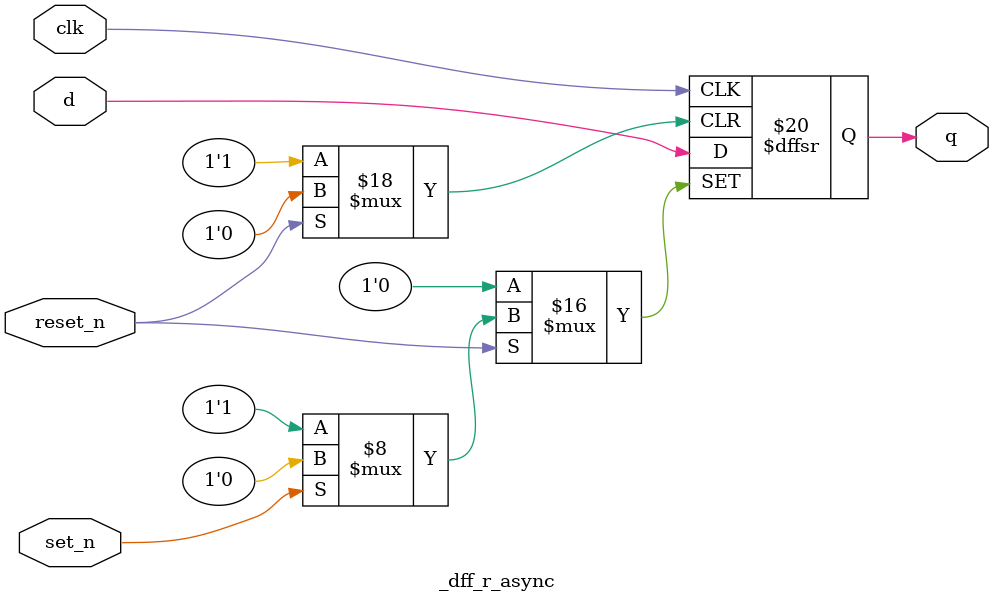
<source format=v>
module _dff_r_async(q, clk, set_n, reset_n, d);
	input clk, set_n, reset_n, d;	//clock, active-low set/reset, data d
	output q;	//output
	reg q;
	
	//befavioral implementation
	always @(posedge clk or negedge set_n or negedge reset_n) 
	begin
		if (reset_n == 0) q <= 1'b0; //reset = 0, then q = 0
		else if (set_n == 0) q <= 1'b1; //reset = 1 and set = 0, then q = 1
		else q <= d; //reset = 1 and set = 1, then q = d
	end
endmodule

</source>
